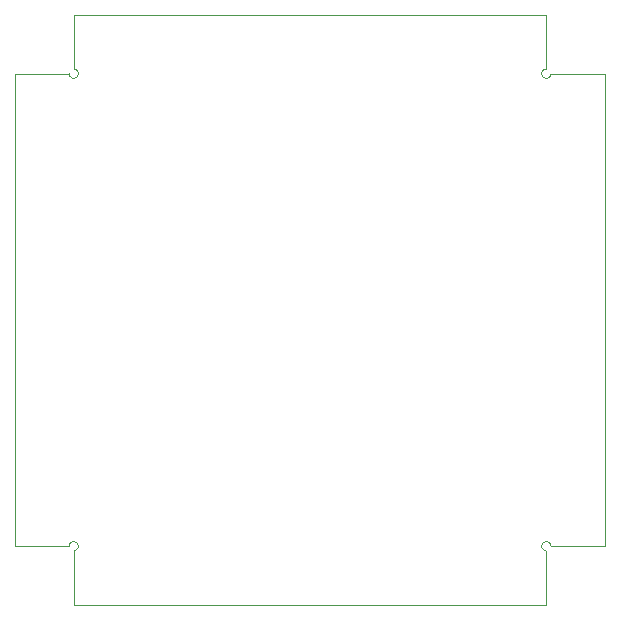
<source format=gbr>
G04 #@! TF.GenerationSoftware,KiCad,Pcbnew,(5.1.2-1)-1*
G04 #@! TF.CreationDate,2019-05-15T14:56:10-07:00*
G04 #@! TF.ProjectId,Final Box kicad,46696e61-6c20-4426-9f78-206b69636164,rev?*
G04 #@! TF.SameCoordinates,Original*
G04 #@! TF.FileFunction,Profile,NP*
%FSLAX46Y46*%
G04 Gerber Fmt 4.6, Leading zero omitted, Abs format (unit mm)*
G04 Created by KiCad (PCBNEW (5.1.2-1)-1) date 2019-05-15 14:56:10*
%MOMM*%
%LPD*%
G04 APERTURE LIST*
%ADD10C,0.000050*%
G04 APERTURE END LIST*
D10*
X154146875Y-80010000D02*
G75*
G02X153750000Y-79613125I-396875J0D01*
G01*
X153750000Y-79613125D02*
X153750000Y-75010000D01*
X153750000Y-75010000D02*
X113750001Y-75010000D01*
X153750000Y-125009999D02*
X153750000Y-120403699D01*
X153750000Y-120403699D02*
G75*
G02X154143700Y-120009999I0J393700D01*
G01*
X113750001Y-120403699D02*
X113750001Y-125009999D01*
X113750001Y-125009999D02*
X153750000Y-125009999D01*
X108750001Y-120009999D02*
X113356301Y-120009999D01*
X113356301Y-120009999D02*
G75*
G02X113750001Y-120403699I393700J0D01*
G01*
X113750001Y-75010000D02*
X113750001Y-79613125D01*
X113750001Y-79613125D02*
G75*
G02X113353126Y-80010000I0J-396875D01*
G01*
X113353126Y-80010000D02*
X108750001Y-80010000D01*
X108750001Y-80010000D02*
X108750001Y-120009999D01*
X154143700Y-120009999D02*
X158750000Y-120009999D01*
X158750000Y-120009999D02*
X158750000Y-80010000D01*
X158750000Y-80010000D02*
X154146875Y-80010000D01*
M02*

</source>
